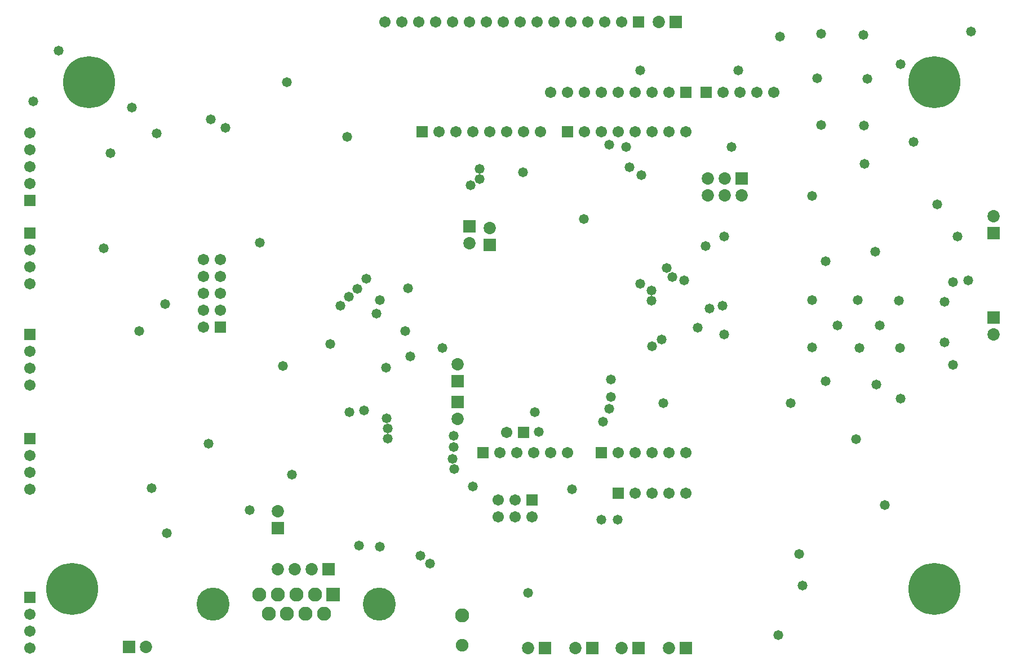
<source format=gbs>
G04 Layer_Color=16711935*
%FSAX24Y24*%
%MOIN*%
G70*
G01*
G75*
%ADD137C,0.0730*%
%ADD138R,0.0730X0.0730*%
%ADD139C,0.0671*%
%ADD140R,0.0671X0.0671*%
%ADD141R,0.0671X0.0671*%
%ADD142C,0.3080*%
%ADD143R,0.0730X0.0730*%
%ADD144C,0.0830*%
%ADD145R,0.0830X0.0830*%
%ADD146C,0.1954*%
%ADD147C,0.0828*%
%ADD148C,0.0749*%
%ADD149C,0.0580*%
D137*
X051600Y038300D02*
D03*
Y039300D02*
D03*
X052600Y038300D02*
D03*
Y039300D02*
D03*
X053600Y038300D02*
D03*
X049300Y011500D02*
D03*
X046500D02*
D03*
X043750D02*
D03*
X028150Y016150D02*
D03*
X027150D02*
D03*
X026150D02*
D03*
X018350Y011550D02*
D03*
X036800Y025050D02*
D03*
X040950Y011500D02*
D03*
X048700Y048550D02*
D03*
X037500Y035450D02*
D03*
X038700Y036350D02*
D03*
X026150Y019600D02*
D03*
X036800Y028300D02*
D03*
X068500Y037050D02*
D03*
Y030050D02*
D03*
D138*
X053600Y039300D02*
D03*
X050300Y011500D02*
D03*
X047500D02*
D03*
X044750D02*
D03*
X029150Y016150D02*
D03*
X017350Y011550D02*
D03*
X041950Y011500D02*
D03*
X049700Y048550D02*
D03*
D139*
X039200Y019250D02*
D03*
Y020250D02*
D03*
X040200Y019250D02*
D03*
Y020250D02*
D03*
X041200Y019250D02*
D03*
X046500Y048550D02*
D03*
X045500D02*
D03*
X044500D02*
D03*
X043500D02*
D03*
X042500D02*
D03*
X041500D02*
D03*
X040500D02*
D03*
X039500D02*
D03*
X038500D02*
D03*
X037500D02*
D03*
X036500D02*
D03*
X035500D02*
D03*
X034500D02*
D03*
X033500D02*
D03*
X032500D02*
D03*
X048300Y044400D02*
D03*
X047300D02*
D03*
X046300D02*
D03*
X045300D02*
D03*
X044300D02*
D03*
X043300D02*
D03*
X042300D02*
D03*
X049300D02*
D03*
X011500Y011500D02*
D03*
Y012500D02*
D03*
Y013500D02*
D03*
Y042000D02*
D03*
Y041000D02*
D03*
Y040000D02*
D03*
Y039000D02*
D03*
Y020900D02*
D03*
Y021900D02*
D03*
Y022900D02*
D03*
X035700Y042050D02*
D03*
X036700D02*
D03*
X037700D02*
D03*
X038700D02*
D03*
X039700D02*
D03*
X040700D02*
D03*
X041700D02*
D03*
X039700Y024250D02*
D03*
X011500Y027050D02*
D03*
Y028050D02*
D03*
Y029050D02*
D03*
Y033050D02*
D03*
Y034050D02*
D03*
Y035050D02*
D03*
X044300Y042050D02*
D03*
X045300D02*
D03*
X046300D02*
D03*
X047300D02*
D03*
X048300D02*
D03*
X049300D02*
D03*
X050300D02*
D03*
X046300Y023050D02*
D03*
X047300D02*
D03*
X048300D02*
D03*
X049300D02*
D03*
X050300D02*
D03*
X043300D02*
D03*
X042300D02*
D03*
X041300D02*
D03*
X040300D02*
D03*
X039300D02*
D03*
X021750Y030501D02*
D03*
X022750Y031501D02*
D03*
X021750D02*
D03*
X022750Y032501D02*
D03*
X021750D02*
D03*
X022750Y033501D02*
D03*
X021750D02*
D03*
X022750Y034501D02*
D03*
X021750D02*
D03*
X047300Y020650D02*
D03*
X048300D02*
D03*
X049300D02*
D03*
X050300D02*
D03*
X052500Y044400D02*
D03*
X053500D02*
D03*
X054500D02*
D03*
X055500D02*
D03*
D140*
X041200Y020250D02*
D03*
X047500Y048550D02*
D03*
X050300Y044400D02*
D03*
X034700Y042050D02*
D03*
X040700Y024250D02*
D03*
X043300Y042050D02*
D03*
X045300Y023050D02*
D03*
X038300D02*
D03*
X046300Y020650D02*
D03*
X051500Y044400D02*
D03*
D141*
X011500Y014500D02*
D03*
Y038000D02*
D03*
Y023900D02*
D03*
Y030050D02*
D03*
Y036050D02*
D03*
X022750Y030501D02*
D03*
D142*
X014000Y015000D02*
D03*
X015000Y045000D02*
D03*
X065000Y015000D02*
D03*
Y045000D02*
D03*
D143*
X036800Y026050D02*
D03*
X037500Y036450D02*
D03*
X038700Y035350D02*
D03*
X026150Y018600D02*
D03*
X036800Y027300D02*
D03*
X068500Y036050D02*
D03*
Y031050D02*
D03*
D144*
X025069Y014649D02*
D03*
X025614Y013531D02*
D03*
X026159Y014649D02*
D03*
X026705Y013531D02*
D03*
X027250Y014649D02*
D03*
X027795Y013531D02*
D03*
X028341Y014649D02*
D03*
X028886Y013531D02*
D03*
D145*
X029431Y014649D02*
D03*
D146*
X032169Y014090D02*
D03*
X022331D02*
D03*
D147*
X037050Y013422D02*
D03*
D148*
Y011650D02*
D03*
D149*
X057200Y015200D02*
D03*
X062041Y019960D02*
D03*
X057750Y038250D02*
D03*
X060550Y029250D02*
D03*
X060450Y032100D02*
D03*
X059250Y030600D02*
D03*
X061750D02*
D03*
X062950Y029250D02*
D03*
X062900Y032050D02*
D03*
X057750Y029300D02*
D03*
Y032100D02*
D03*
X066100Y028250D02*
D03*
Y033150D02*
D03*
X067000Y033250D02*
D03*
X047650Y039500D02*
D03*
X044250Y036900D02*
D03*
X035150Y016500D02*
D03*
X034600Y016950D02*
D03*
X063000Y046050D02*
D03*
X040950Y014750D02*
D03*
X060850Y040150D02*
D03*
X058300Y042450D02*
D03*
X060818Y042418D02*
D03*
X063750Y041450D02*
D03*
X055750Y012250D02*
D03*
X032000Y031300D02*
D03*
X032200Y032100D02*
D03*
X033850Y032800D02*
D03*
X035900Y029250D02*
D03*
X036600Y022100D02*
D03*
X036500Y022700D02*
D03*
X041350Y025450D02*
D03*
X041600Y024300D02*
D03*
X043550Y020900D02*
D03*
X036550Y023400D02*
D03*
X037700Y021050D02*
D03*
X036550Y024050D02*
D03*
X032650Y023900D02*
D03*
Y024500D02*
D03*
X045750Y025650D02*
D03*
X037550Y038900D02*
D03*
X038100Y039850D02*
D03*
Y039250D02*
D03*
X046950Y039950D02*
D03*
X024500Y019650D02*
D03*
X057000Y017050D02*
D03*
X013200Y046850D02*
D03*
X022200Y042800D02*
D03*
X045300Y019100D02*
D03*
X046250D02*
D03*
X011700Y043850D02*
D03*
X065150Y037750D02*
D03*
X055868Y047700D02*
D03*
X030250Y041750D02*
D03*
X045850Y026350D02*
D03*
X049500Y033450D02*
D03*
X049150Y034000D02*
D03*
X048250Y032050D02*
D03*
X050200Y033250D02*
D03*
X019500Y031850D02*
D03*
X034000Y028750D02*
D03*
X032600Y025100D02*
D03*
X032200Y017500D02*
D03*
X030950Y017550D02*
D03*
X048950Y026000D02*
D03*
X047600Y045700D02*
D03*
X017950Y030250D02*
D03*
X060800Y047800D02*
D03*
X017528Y043492D02*
D03*
X023050Y042300D02*
D03*
X016250Y040800D02*
D03*
X058068Y045225D02*
D03*
X061018Y045175D02*
D03*
X015843Y035157D02*
D03*
X058300Y047850D02*
D03*
X061550Y027100D02*
D03*
X053000Y041150D02*
D03*
X048250Y032650D02*
D03*
X047600Y033050D02*
D03*
X051700Y031600D02*
D03*
X045850Y027400D02*
D03*
X051000Y030450D02*
D03*
X052550Y030050D02*
D03*
X051450Y035300D02*
D03*
X052450Y031750D02*
D03*
X046745Y041145D02*
D03*
X056500Y026000D02*
D03*
X025100Y035501D02*
D03*
X019000Y041950D02*
D03*
X063000Y026250D02*
D03*
X060350Y023850D02*
D03*
X027000Y021750D02*
D03*
X048850Y029750D02*
D03*
X048300Y029350D02*
D03*
X030400Y025450D02*
D03*
X031250Y025550D02*
D03*
X026450Y028200D02*
D03*
X029850Y031750D02*
D03*
X030850Y032750D02*
D03*
X032550Y028100D02*
D03*
X029250Y029500D02*
D03*
X026700Y045000D02*
D03*
X033700Y030250D02*
D03*
X040650Y039650D02*
D03*
X065600Y029600D02*
D03*
Y032000D02*
D03*
X045400Y024900D02*
D03*
X019600Y018300D02*
D03*
X031400Y033350D02*
D03*
X022050Y023600D02*
D03*
X018700Y020950D02*
D03*
X067150Y048000D02*
D03*
X045750Y041300D02*
D03*
X058550Y034400D02*
D03*
Y027300D02*
D03*
X061500Y034950D02*
D03*
X066350Y035850D02*
D03*
X053400Y045700D02*
D03*
X052550Y035850D02*
D03*
X030350Y032300D02*
D03*
M02*

</source>
